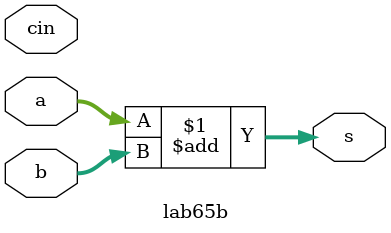
<source format=v>
`timescale 1ns / 1ps
module lab65b (input [3:0] a, b,input cin, output [4:0] s);
assign s = a + b;
endmodule
</source>
